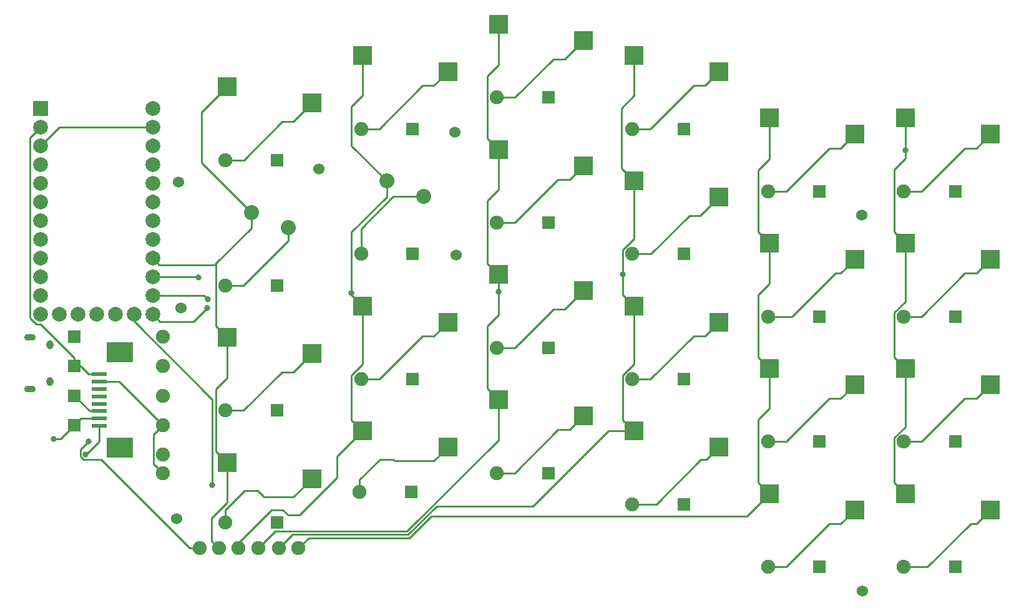
<source format=gbr>
%TF.GenerationSoftware,KiCad,Pcbnew,(6.0.4)*%
%TF.CreationDate,2024-05-03T20:31:11-07:00*%
%TF.ProjectId,right_staggered,72696768-745f-4737-9461-676765726564,v1.0.0*%
%TF.SameCoordinates,Original*%
%TF.FileFunction,Copper,L2,Bot*%
%TF.FilePolarity,Positive*%
%FSLAX46Y46*%
G04 Gerber Fmt 4.6, Leading zero omitted, Abs format (unit mm)*
G04 Created by KiCad (PCBNEW (6.0.4)) date 2024-05-03 20:31:11*
%MOMM*%
%LPD*%
G01*
G04 APERTURE LIST*
%TA.AperFunction,ComponentPad*%
%ADD10C,1.524000*%
%TD*%
%TA.AperFunction,ComponentPad*%
%ADD11C,1.905000*%
%TD*%
%TA.AperFunction,ComponentPad*%
%ADD12R,1.778000X1.778000*%
%TD*%
%TA.AperFunction,SMDPad,CuDef*%
%ADD13R,2.600000X2.600000*%
%TD*%
%TA.AperFunction,ComponentPad*%
%ADD14C,2.032000*%
%TD*%
%TA.AperFunction,ComponentPad*%
%ADD15R,2.000000X2.000000*%
%TD*%
%TA.AperFunction,ComponentPad*%
%ADD16C,2.000000*%
%TD*%
%TA.AperFunction,ComponentPad*%
%ADD17O,0.950000X1.250000*%
%TD*%
%TA.AperFunction,ComponentPad*%
%ADD18O,1.550000X0.890000*%
%TD*%
%TA.AperFunction,SMDPad,CuDef*%
%ADD19R,2.000000X0.610000*%
%TD*%
%TA.AperFunction,SMDPad,CuDef*%
%ADD20R,3.600000X2.680000*%
%TD*%
%TA.AperFunction,ViaPad*%
%ADD21C,0.800000*%
%TD*%
%TA.AperFunction,Conductor*%
%ADD22C,0.250000*%
%TD*%
G04 APERTURE END LIST*
D10*
%TO.P,,1*%
%TO.N,N/C*%
X140100000Y-106000000D03*
%TD*%
D11*
%TO.P,,1*%
%TO.N,B6*%
X153800000Y-155700000D03*
%TD*%
%TO.P,D4,1*%
%TO.N,inner_nums*%
X146500000Y-103000000D03*
D12*
%TO.P,D4,2*%
%TO.N,F7*%
X153500000Y-103000000D03*
%TD*%
D11*
%TO.P,D19,1*%
%TO.N,pinky_top*%
X220100000Y-124250000D03*
D12*
%TO.P,D19,2*%
%TO.N,F6*%
X227100000Y-124250000D03*
%TD*%
D13*
%TO.P,S20,1*%
%TO.N,F0*%
X220325000Y-97300000D03*
%TO.P,S20,2*%
%TO.N,pinky_nums*%
X231875000Y-99500000D03*
%TD*%
%TO.P,S14,1*%
%TO.N,B6*%
X201925000Y-122800000D03*
%TO.P,S14,2*%
%TO.N,ring_home*%
X213475000Y-125000000D03*
%TD*%
D14*
%TO.P,S2,1*%
%TO.N,index_top*%
X173400000Y-107950000D03*
%TO.P,S2,2*%
%TO.N,B3*%
X168400000Y-105850000D03*
%TD*%
D11*
%TO.P,D11,1*%
%TO.N,middle_top*%
X183300000Y-111500000D03*
D12*
%TO.P,D11,2*%
%TO.N,F6*%
X190300000Y-111500000D03*
%TD*%
D11*
%TO.P,D25,1*%
%TO.N,VCC*%
X138000000Y-127000000D03*
D12*
%TO.P,D25,2*%
%TO.N,D0*%
X126000000Y-127000000D03*
%TD*%
D11*
%TO.P,D27,1*%
%TO.N,VCC*%
X138000000Y-135000000D03*
D12*
%TO.P,D27,2*%
%TO.N,D5*%
X126000000Y-135000000D03*
%TD*%
D11*
%TO.P,D9,1*%
%TO.N,middle_bottom*%
X183300000Y-145500000D03*
D12*
%TO.P,D9,2*%
%TO.N,F4*%
X190300000Y-145500000D03*
%TD*%
D13*
%TO.P,S13,1*%
%TO.N,B6*%
X201925000Y-139800000D03*
%TO.P,S13,2*%
%TO.N,ring_bottom*%
X213475000Y-142000000D03*
%TD*%
%TO.P,S19,1*%
%TO.N,F0*%
X220325000Y-114300000D03*
%TO.P,S19,2*%
%TO.N,pinky_top*%
X231875000Y-116500000D03*
%TD*%
D11*
%TO.P,D23,1*%
%TO.N,outer_top*%
X238500000Y-124250000D03*
D12*
%TO.P,D23,2*%
%TO.N,F6*%
X245500000Y-124250000D03*
%TD*%
D10*
%TO.P,,1*%
%TO.N,N/C*%
X177600000Y-99200000D03*
%TD*%
%TO.P,,1*%
%TO.N,N/C*%
X139900000Y-151700000D03*
%TD*%
D13*
%TO.P,S15,1*%
%TO.N,B6*%
X201925000Y-105800000D03*
%TO.P,S15,2*%
%TO.N,ring_top*%
X213475000Y-108000000D03*
%TD*%
D11*
%TO.P,D13,1*%
%TO.N,ring_bottom*%
X201700000Y-149750000D03*
D12*
%TO.P,D13,2*%
%TO.N,F4*%
X208700000Y-149750000D03*
%TD*%
D10*
%TO.P,,1*%
%TO.N,N/C*%
X232800000Y-110500000D03*
%TD*%
D13*
%TO.P,S5,1*%
%TO.N,B1*%
X146725000Y-93050000D03*
%TO.P,S5,2*%
%TO.N,inner_nums*%
X158275000Y-95250000D03*
%TD*%
D11*
%TO.P,,1*%
%TO.N,F0*%
X156400000Y-155700000D03*
%TD*%
D13*
%TO.P,S17,1*%
%TO.N,F0*%
X220325000Y-148300000D03*
%TO.P,S17,2*%
%TO.N,pinky_bottom*%
X231875000Y-150500000D03*
%TD*%
%TO.P,S18,1*%
%TO.N,F0*%
X220325000Y-131300000D03*
%TO.P,S18,2*%
%TO.N,pinky_home*%
X231875000Y-133500000D03*
%TD*%
%TO.P,S22,1*%
%TO.N,F1*%
X238725000Y-131300000D03*
%TO.P,S22,2*%
%TO.N,outer_home*%
X250275000Y-133500000D03*
%TD*%
D11*
%TO.P,D18,1*%
%TO.N,pinky_home*%
X220100000Y-141250000D03*
D12*
%TO.P,D18,2*%
%TO.N,F5*%
X227100000Y-141250000D03*
%TD*%
D11*
%TO.P,D7,1*%
%TO.N,index_top*%
X164900000Y-115750000D03*
D12*
%TO.P,D7,2*%
%TO.N,F6*%
X171900000Y-115750000D03*
%TD*%
D11*
%TO.P,,1*%
%TO.N,B1*%
X145600000Y-155700000D03*
%TD*%
%TO.P,D8,1*%
%TO.N,index_nums*%
X164900000Y-98750000D03*
D12*
%TO.P,D8,2*%
%TO.N,F7*%
X171900000Y-98750000D03*
%TD*%
D13*
%TO.P,S4,1*%
%TO.N,B1*%
X146725000Y-127050000D03*
%TO.P,S4,2*%
%TO.N,inner_home*%
X158275000Y-129250000D03*
%TD*%
D11*
%TO.P,REF\u002A\u002A,1*%
%TO.N,VCC*%
X138000000Y-143000000D03*
%TD*%
%TO.P,,1*%
%TO.N,B2*%
X151000000Y-155700000D03*
%TD*%
D13*
%TO.P,S12,1*%
%TO.N,B2*%
X183525000Y-84550000D03*
%TO.P,S12,2*%
%TO.N,middle_nums*%
X195075000Y-86750000D03*
%TD*%
D11*
%TO.P,D2,1*%
%TO.N,inner_home*%
X146500000Y-137000000D03*
D12*
%TO.P,D2,2*%
%TO.N,F5*%
X153500000Y-137000000D03*
%TD*%
D11*
%TO.P,D26,1*%
%TO.N,VCC*%
X138000000Y-131000000D03*
D12*
%TO.P,D26,2*%
%TO.N,D2*%
X126000000Y-131000000D03*
%TD*%
D15*
%TO.P,,1*%
%TO.N,D3*%
X121380000Y-96030000D03*
D16*
%TO.P,,2*%
%TO.N,D2*%
X121380000Y-98570000D03*
%TO.P,,3*%
%TO.N,GND*%
X121380000Y-101110000D03*
%TO.P,,4*%
X121380000Y-103650000D03*
%TO.P,,5*%
%TO.N,D1*%
X121380000Y-106190000D03*
%TO.P,,6*%
%TO.N,D0*%
X121380000Y-108730000D03*
%TO.P,,7*%
%TO.N,D4*%
X121380000Y-111270000D03*
%TO.P,,8*%
%TO.N,C6*%
X121380000Y-113810000D03*
%TO.P,,9*%
%TO.N,D7*%
X121380000Y-116350000D03*
%TO.P,,10*%
%TO.N,E6*%
X121380000Y-118890000D03*
%TO.P,,11*%
%TO.N,B4*%
X121380000Y-121430000D03*
%TO.P,,12*%
%TO.N,B5*%
X121380000Y-123970000D03*
%TO.P,,13*%
%TO.N,B6*%
X136620000Y-123970000D03*
%TO.P,,14*%
%TO.N,B2*%
X136620000Y-121430000D03*
%TO.P,,15*%
%TO.N,B3*%
X136620000Y-118890000D03*
%TO.P,,16*%
%TO.N,B1*%
X136620000Y-116350000D03*
%TO.P,,17*%
%TO.N,F7*%
X136620000Y-113810000D03*
%TO.P,,18*%
%TO.N,F6*%
X136620000Y-111270000D03*
%TO.P,,19*%
%TO.N,F5*%
X136620000Y-108730000D03*
%TO.P,,20*%
%TO.N,F4*%
X136620000Y-106190000D03*
%TO.P,,21*%
%TO.N,VCC*%
X136620000Y-103650000D03*
%TO.P,,22*%
%TO.N,RST*%
X136620000Y-101110000D03*
%TO.P,,23*%
%TO.N,GND*%
X136620000Y-98570000D03*
%TO.P,,24*%
X136620000Y-96030000D03*
%TO.P,,25*%
%TO.N,B7*%
X123920000Y-123970000D03*
%TO.P,,26*%
%TO.N,D5*%
X126460000Y-123970000D03*
%TO.P,,27*%
%TO.N,C7*%
X129000000Y-123970000D03*
%TO.P,,28*%
%TO.N,F1*%
X131540000Y-123970000D03*
%TO.P,,29*%
%TO.N,F0*%
X134080000Y-123970000D03*
%TD*%
D13*
%TO.P,S16,1*%
%TO.N,B6*%
X201925000Y-88800000D03*
%TO.P,S16,2*%
%TO.N,ring_nums*%
X213475000Y-91000000D03*
%TD*%
D10*
%TO.P,,1*%
%TO.N,N/C*%
X140500000Y-123100000D03*
%TD*%
D11*
%TO.P,D6,1*%
%TO.N,index_home*%
X164900000Y-132750000D03*
D12*
%TO.P,D6,2*%
%TO.N,F5*%
X171900000Y-132750000D03*
%TD*%
D11*
%TO.P,D5,1*%
%TO.N,index_bottom*%
X164700000Y-148100000D03*
D12*
%TO.P,D5,2*%
%TO.N,F4*%
X171700000Y-148100000D03*
%TD*%
D13*
%TO.P,S10,1*%
%TO.N,B2*%
X183525000Y-118550000D03*
%TO.P,S10,2*%
%TO.N,middle_home*%
X195075000Y-120750000D03*
%TD*%
D11*
%TO.P,D1,1*%
%TO.N,inner_bottom*%
X146500000Y-152200000D03*
D12*
%TO.P,D1,2*%
%TO.N,F4*%
X153500000Y-152200000D03*
%TD*%
D13*
%TO.P,S11,1*%
%TO.N,B2*%
X183525000Y-101550000D03*
%TO.P,S11,2*%
%TO.N,middle_top*%
X195075000Y-103750000D03*
%TD*%
D11*
%TO.P,D21,1*%
%TO.N,outer_bottom*%
X238500000Y-158250000D03*
D12*
%TO.P,D21,2*%
%TO.N,F4*%
X245500000Y-158250000D03*
%TD*%
D13*
%TO.P,S7,1*%
%TO.N,B3*%
X165125000Y-122800000D03*
%TO.P,S7,2*%
%TO.N,index_home*%
X176675000Y-125000000D03*
%TD*%
D11*
%TO.P,,1*%
%TO.N,C7*%
X143000000Y-155700000D03*
%TD*%
D13*
%TO.P,S24,1*%
%TO.N,F1*%
X238725000Y-97300000D03*
%TO.P,S24,2*%
%TO.N,outer_nums*%
X250275000Y-99500000D03*
%TD*%
D10*
%TO.P,,1*%
%TO.N,N/C*%
X232900000Y-161500000D03*
%TD*%
D11*
%TO.P,D10,1*%
%TO.N,middle_home*%
X183300000Y-128500000D03*
D12*
%TO.P,D10,2*%
%TO.N,F5*%
X190300000Y-128500000D03*
%TD*%
D11*
%TO.P,D24,1*%
%TO.N,outer_nums*%
X238500000Y-107250000D03*
D12*
%TO.P,D24,2*%
%TO.N,F7*%
X245500000Y-107250000D03*
%TD*%
D11*
%TO.P,REF\u002A\u002A,1*%
%TO.N,trackpoint_reset*%
X138000000Y-145500000D03*
%TD*%
D13*
%TO.P,S23,1*%
%TO.N,F1*%
X238725000Y-114300000D03*
%TO.P,S23,2*%
%TO.N,outer_top*%
X250275000Y-116500000D03*
%TD*%
%TO.P,S8,1*%
%TO.N,B3*%
X165125000Y-88800000D03*
%TO.P,S8,2*%
%TO.N,index_nums*%
X176675000Y-91000000D03*
%TD*%
%TO.P,S9,1*%
%TO.N,B2*%
X183525000Y-135550000D03*
%TO.P,S9,2*%
%TO.N,middle_bottom*%
X195075000Y-137750000D03*
%TD*%
D11*
%TO.P,D16,1*%
%TO.N,ring_nums*%
X201700000Y-98750000D03*
D12*
%TO.P,D16,2*%
%TO.N,F7*%
X208700000Y-98750000D03*
%TD*%
D14*
%TO.P,S1,1*%
%TO.N,inner_top*%
X155000000Y-112200000D03*
%TO.P,S1,2*%
%TO.N,B1*%
X150000000Y-110100000D03*
%TD*%
D11*
%TO.P,,1*%
%TO.N,B3*%
X148300000Y-155700000D03*
%TD*%
D13*
%TO.P,S21,1*%
%TO.N,F1*%
X238725000Y-148300000D03*
%TO.P,S21,2*%
%TO.N,outer_bottom*%
X250275000Y-150500000D03*
%TD*%
D10*
%TO.P,,1*%
%TO.N,N/C*%
X177800000Y-115900000D03*
%TD*%
D11*
%TO.P,D12,1*%
%TO.N,middle_nums*%
X183300000Y-94500000D03*
D12*
%TO.P,D12,2*%
%TO.N,F7*%
X190300000Y-94500000D03*
%TD*%
D11*
%TO.P,D3,1*%
%TO.N,inner_top*%
X146500000Y-120000000D03*
D12*
%TO.P,D3,2*%
%TO.N,F6*%
X153500000Y-120000000D03*
%TD*%
D11*
%TO.P,D15,1*%
%TO.N,ring_top*%
X201700000Y-115750000D03*
D12*
%TO.P,D15,2*%
%TO.N,F6*%
X208700000Y-115750000D03*
%TD*%
D11*
%TO.P,D28,1*%
%TO.N,trackpoint_reset*%
X138000000Y-139000000D03*
D12*
%TO.P,D28,2*%
%TO.N,GND*%
X126000000Y-139000000D03*
%TD*%
D17*
%TO.P,,6*%
%TO.N,N/C*%
X122700000Y-128100000D03*
X122700000Y-133100000D03*
D18*
X120000000Y-134100000D03*
X120000000Y-127100000D03*
%TD*%
D11*
%TO.P,D14,1*%
%TO.N,ring_home*%
X201700000Y-132750000D03*
D12*
%TO.P,D14,2*%
%TO.N,F5*%
X208700000Y-132750000D03*
%TD*%
D10*
%TO.P,,1*%
%TO.N,N/C*%
X159200000Y-104250000D03*
%TD*%
D11*
%TO.P,D22,1*%
%TO.N,outer_home*%
X238500000Y-141250000D03*
D12*
%TO.P,D22,2*%
%TO.N,F5*%
X245500000Y-141250000D03*
%TD*%
D13*
%TO.P,S3,1*%
%TO.N,B1*%
X146725000Y-144050000D03*
%TO.P,S3,2*%
%TO.N,inner_bottom*%
X158275000Y-146250000D03*
%TD*%
D11*
%TO.P,D17,1*%
%TO.N,pinky_bottom*%
X220100000Y-158250000D03*
D12*
%TO.P,D17,2*%
%TO.N,F4*%
X227100000Y-158250000D03*
%TD*%
D11*
%TO.P,D20,1*%
%TO.N,pinky_nums*%
X220100000Y-107250000D03*
D12*
%TO.P,D20,2*%
%TO.N,F7*%
X227100000Y-107250000D03*
%TD*%
D13*
%TO.P,S6,1*%
%TO.N,B3*%
X165125000Y-139800000D03*
%TO.P,S6,2*%
%TO.N,index_bottom*%
X176675000Y-142000000D03*
%TD*%
D19*
%TO.P,,1*%
%TO.N,D2*%
X129400000Y-132100000D03*
%TO.P,,2*%
%TO.N,trackpoint_reset*%
X129400000Y-133100000D03*
%TO.P,,3*%
%TO.N,N/C*%
X129400000Y-134100000D03*
%TO.P,,4*%
X129400000Y-135100000D03*
%TO.P,,5*%
X129400000Y-136100000D03*
%TO.P,,6*%
%TO.N,D5*%
X129400000Y-137100000D03*
%TO.P,,7*%
%TO.N,GND*%
X129400000Y-138100000D03*
%TO.P,,8*%
%TO.N,VCC*%
X129400000Y-139100000D03*
D20*
%TO.P,,MP*%
%TO.N,N/C*%
X132200000Y-142090000D03*
X132200000Y-129110000D03*
%TD*%
D21*
%TO.N,B3*%
X142800000Y-118900000D03*
X163622989Y-121077011D03*
%TO.N,B2*%
X183525000Y-120875000D03*
X144100000Y-121900000D03*
%TO.N,B6*%
X144000000Y-123100000D03*
X200400000Y-118500000D03*
%TO.N,F0*%
X144700000Y-147100000D03*
%TO.N,F1*%
X238725000Y-101675000D03*
%TO.N,GND*%
X123200000Y-140900000D03*
%TO.N,VCC*%
X127536489Y-142963511D03*
%TO.N,C7*%
X127900000Y-141200000D03*
%TD*%
D22*
%TO.N,inner_top*%
X155000000Y-113954323D02*
X148954323Y-120000000D01*
X155000000Y-112200000D02*
X155000000Y-113954323D01*
X148954323Y-120000000D02*
X146500000Y-120000000D01*
%TO.N,B1*%
X144647500Y-154747500D02*
X144647500Y-151585508D01*
X145222989Y-125547989D02*
X145222989Y-117010019D01*
X137495421Y-117225421D02*
X136620000Y-116350000D01*
X146725000Y-127050000D02*
X145222989Y-125547989D01*
X150000000Y-112233008D02*
X150000000Y-110100000D01*
X145600000Y-155700000D02*
X144647500Y-154747500D01*
X144647500Y-151585508D02*
X146725000Y-149508008D01*
X143274579Y-96500421D02*
X146725000Y-93050000D01*
X150000000Y-110100000D02*
X143274579Y-103374579D01*
X145222989Y-117010019D02*
X145007587Y-117225421D01*
X145222989Y-142547989D02*
X145222989Y-134077011D01*
X146725000Y-149508008D02*
X146725000Y-144050000D01*
X146725000Y-132575000D02*
X146725000Y-127050000D01*
X146725000Y-144050000D02*
X145222989Y-142547989D01*
X145222989Y-117010019D02*
X150000000Y-112233008D01*
X145007587Y-117225421D02*
X137495421Y-117225421D01*
X145222989Y-134077011D02*
X146725000Y-132575000D01*
X143274579Y-103374579D02*
X143274579Y-96500421D01*
%TO.N,index_top*%
X164900000Y-112295677D02*
X169245677Y-107950000D01*
X164900000Y-115750000D02*
X164900000Y-112295677D01*
X169245677Y-107950000D02*
X173400000Y-107950000D01*
%TO.N,B3*%
X163622989Y-112760019D02*
X163622989Y-121077011D01*
X148300000Y-154972978D02*
X152765391Y-150507587D01*
X154992413Y-151225421D02*
X156548601Y-151225421D01*
X163622989Y-121297989D02*
X165125000Y-122800000D01*
X148300000Y-155700000D02*
X148300000Y-154972978D01*
X163622989Y-95760019D02*
X163622989Y-101072989D01*
X163622989Y-121077011D02*
X163622989Y-121297989D01*
X168400000Y-105850000D02*
X168400000Y-107983008D01*
X161674579Y-143250421D02*
X165125000Y-139800000D01*
X165125000Y-94258008D02*
X163622989Y-95760019D01*
X142790000Y-118890000D02*
X142800000Y-118900000D01*
X136620000Y-118890000D02*
X142790000Y-118890000D01*
X154274579Y-150507587D02*
X154992413Y-151225421D01*
X161674579Y-146099443D02*
X161674579Y-143250421D01*
X168400000Y-107983008D02*
X163622989Y-112760019D01*
X165125000Y-130719033D02*
X163622989Y-132221044D01*
X165125000Y-88800000D02*
X165125000Y-94258008D01*
X156548601Y-151225421D02*
X161674579Y-146099443D01*
X152765391Y-150507587D02*
X154274579Y-150507587D01*
X163622989Y-101072989D02*
X168400000Y-105850000D01*
X165125000Y-122800000D02*
X165125000Y-130719033D01*
X163622989Y-132221044D02*
X163622989Y-138297989D01*
X163622989Y-138297989D02*
X165125000Y-139800000D01*
%TO.N,inner_bottom*%
X158275000Y-146250000D02*
X155750421Y-148774579D01*
X146500000Y-150500000D02*
X146500000Y-152200000D01*
X150865302Y-147910979D02*
X149089021Y-147910979D01*
X151728902Y-148774579D02*
X150865302Y-147910979D01*
X155750421Y-148774579D02*
X151728902Y-148774579D01*
X149089021Y-147910979D02*
X146500000Y-150500000D01*
%TO.N,inner_home*%
X154179744Y-131774579D02*
X148954323Y-137000000D01*
X158275000Y-129250000D02*
X155750421Y-131774579D01*
X148954323Y-137000000D02*
X146500000Y-137000000D01*
X155750421Y-131774579D02*
X154179744Y-131774579D01*
%TO.N,inner_nums*%
X154225421Y-97774579D02*
X149000000Y-103000000D01*
X149000000Y-103000000D02*
X146500000Y-103000000D01*
X158275000Y-95250000D02*
X155750421Y-97774579D01*
X155750421Y-97774579D02*
X154225421Y-97774579D01*
%TO.N,index_bottom*%
X169478844Y-143874521D02*
X169265302Y-143660979D01*
X174800479Y-143874521D02*
X169478844Y-143874521D01*
X169265302Y-143660979D02*
X167439021Y-143660979D01*
X164700000Y-146400000D02*
X164700000Y-148100000D01*
X176675000Y-142000000D02*
X174800479Y-143874521D01*
X167439021Y-143660979D02*
X164700000Y-146400000D01*
%TO.N,index_home*%
X176675000Y-125000000D02*
X174800479Y-126874521D01*
X167354323Y-132750000D02*
X164900000Y-132750000D01*
X173229802Y-126874521D02*
X167354323Y-132750000D01*
X174800479Y-126874521D02*
X173229802Y-126874521D01*
%TO.N,index_nums*%
X167354323Y-98750000D02*
X173229802Y-92874521D01*
X173229802Y-92874521D02*
X174800479Y-92874521D01*
X174800479Y-92874521D02*
X176675000Y-91000000D01*
X164900000Y-98750000D02*
X167354323Y-98750000D01*
%TO.N,middle_bottom*%
X185754323Y-145500000D02*
X183300000Y-145500000D01*
X191629802Y-139624521D02*
X185754323Y-145500000D01*
X193200479Y-139624521D02*
X191629802Y-139624521D01*
X195075000Y-137750000D02*
X193200479Y-139624521D01*
%TO.N,B2*%
X143630000Y-121430000D02*
X144100000Y-121900000D01*
X182022989Y-117047989D02*
X182022989Y-108510019D01*
X182022989Y-134047989D02*
X182022989Y-125510019D01*
X182022989Y-108510019D02*
X183525000Y-107008008D01*
X182016504Y-100041504D02*
X182016504Y-91583496D01*
X183525000Y-124008008D02*
X183525000Y-120875000D01*
X182016504Y-91583496D02*
X183525000Y-90075000D01*
X183525000Y-101550000D02*
X182016504Y-100041504D01*
X183525000Y-118550000D02*
X182022989Y-117047989D01*
X136620000Y-121430000D02*
X143630000Y-121430000D01*
X171119497Y-153413511D02*
X183525000Y-141008008D01*
X151000000Y-155700000D02*
X153286489Y-153413511D01*
X183525000Y-90075000D02*
X183525000Y-84550000D01*
X183525000Y-135550000D02*
X182022989Y-134047989D01*
X183525000Y-120875000D02*
X183525000Y-118550000D01*
X182022989Y-125510019D02*
X183525000Y-124008008D01*
X153286489Y-153413511D02*
X171119497Y-153413511D01*
X183525000Y-107008008D02*
X183525000Y-101550000D01*
X183525000Y-141008008D02*
X183525000Y-135550000D01*
%TO.N,middle_home*%
X185754323Y-128500000D02*
X183300000Y-128500000D01*
X195075000Y-120750000D02*
X192550421Y-123274579D01*
X190979744Y-123274579D02*
X185754323Y-128500000D01*
X192550421Y-123274579D02*
X190979744Y-123274579D01*
%TO.N,middle_top*%
X193200479Y-105624521D02*
X191629802Y-105624521D01*
X191629802Y-105624521D02*
X185754323Y-111500000D01*
X185754323Y-111500000D02*
X183300000Y-111500000D01*
X195075000Y-103750000D02*
X193200479Y-105624521D01*
%TO.N,middle_nums*%
X195075000Y-86750000D02*
X192550421Y-89274579D01*
X185754323Y-94500000D02*
X183300000Y-94500000D01*
X190979744Y-89274579D02*
X185754323Y-94500000D01*
X192550421Y-89274579D02*
X190979744Y-89274579D01*
%TO.N,ring_bottom*%
X204966992Y-149750000D02*
X211016992Y-143700000D01*
X211775000Y-143700000D02*
X213475000Y-142000000D01*
X201700000Y-149750000D02*
X204966992Y-149750000D01*
X211016992Y-143700000D02*
X211775000Y-143700000D01*
%TO.N,B6*%
X200207587Y-95975421D02*
X201925000Y-94258008D01*
X142130000Y-124970000D02*
X144000000Y-123100000D01*
X171305694Y-153863031D02*
X175184363Y-149984363D01*
X175184363Y-149984363D02*
X188242659Y-149984363D01*
X198427022Y-139800000D02*
X201925000Y-139800000D01*
X201925000Y-94258008D02*
X201925000Y-88800000D01*
X201925000Y-105800000D02*
X201925000Y-113719033D01*
X137620000Y-124970000D02*
X142130000Y-124970000D01*
X155636969Y-153863031D02*
X171305694Y-153863031D01*
X201925000Y-105800000D02*
X200207587Y-104082587D01*
X201925000Y-130719033D02*
X200422989Y-132221044D01*
X201925000Y-122800000D02*
X201925000Y-130719033D01*
X200422989Y-138297989D02*
X201925000Y-139800000D01*
X200207587Y-104082587D02*
X200207587Y-95975421D01*
X136620000Y-123970000D02*
X137620000Y-124970000D01*
X200422989Y-132221044D02*
X200422989Y-138297989D01*
X188242659Y-149984363D02*
X198427022Y-139800000D01*
X153800000Y-155700000D02*
X155636969Y-153863031D01*
X201925000Y-113719033D02*
X200422989Y-115221044D01*
X200422989Y-115221044D02*
X200422989Y-121297989D01*
X200422989Y-121297989D02*
X201925000Y-122800000D01*
%TO.N,ring_home*%
X211600479Y-126874521D02*
X213475000Y-125000000D01*
X210029802Y-126874521D02*
X211600479Y-126874521D01*
X204154323Y-132750000D02*
X210029802Y-126874521D01*
X201700000Y-132750000D02*
X204154323Y-132750000D01*
%TO.N,ring_top*%
X213475000Y-108000000D02*
X210950421Y-110524579D01*
X209475421Y-110524579D02*
X204250000Y-115750000D01*
X204250000Y-115750000D02*
X201700000Y-115750000D01*
X210950421Y-110524579D02*
X209475421Y-110524579D01*
%TO.N,ring_nums*%
X211600479Y-92874521D02*
X213475000Y-91000000D01*
X204154323Y-98750000D02*
X210029802Y-92874521D01*
X201700000Y-98750000D02*
X204154323Y-98750000D01*
X210029802Y-92874521D02*
X211600479Y-92874521D01*
%TO.N,pinky_bottom*%
X222554323Y-158250000D02*
X228429802Y-152374521D01*
X228429802Y-152374521D02*
X230000479Y-152374521D01*
X220100000Y-158250000D02*
X222554323Y-158250000D01*
X230000479Y-152374521D02*
X231875000Y-150500000D01*
%TO.N,F0*%
X171491892Y-154312551D02*
X174404443Y-151400000D01*
X218822989Y-129797989D02*
X218822989Y-121277011D01*
X144700000Y-135505967D02*
X144700000Y-147100000D01*
X134080000Y-124885967D02*
X144700000Y-135505967D01*
X220325000Y-148300000D02*
X218822989Y-146797989D01*
X157787449Y-154312551D02*
X171491892Y-154312551D01*
X220325000Y-131300000D02*
X218822989Y-129797989D01*
X174404443Y-151400000D02*
X217225000Y-151400000D01*
X218822989Y-146797989D02*
X218822989Y-138260019D01*
X220325000Y-102875000D02*
X220325000Y-97300000D01*
X156400000Y-155700000D02*
X157787449Y-154312551D01*
X217225000Y-151400000D02*
X220325000Y-148300000D01*
X134080000Y-123970000D02*
X134080000Y-124885967D01*
X220325000Y-136758008D02*
X220325000Y-131300000D01*
X220325000Y-119775000D02*
X220325000Y-114300000D01*
X220325000Y-114300000D02*
X218822989Y-112797989D01*
X218822989Y-112797989D02*
X218822989Y-104377011D01*
X218822989Y-104377011D02*
X220325000Y-102875000D01*
X218822989Y-138260019D02*
X220325000Y-136758008D01*
X218822989Y-121277011D02*
X220325000Y-119775000D01*
%TO.N,pinky_home*%
X230000479Y-135374521D02*
X231875000Y-133500000D01*
X228429802Y-135374521D02*
X230000479Y-135374521D01*
X220100000Y-141250000D02*
X222554323Y-141250000D01*
X222554323Y-141250000D02*
X228429802Y-135374521D01*
%TO.N,pinky_top*%
X223366992Y-124250000D02*
X229242471Y-118374521D01*
X220100000Y-124250000D02*
X223366992Y-124250000D01*
X229242471Y-118374521D02*
X230000479Y-118374521D01*
X230000479Y-118374521D02*
X231875000Y-116500000D01*
%TO.N,pinky_nums*%
X230000479Y-101374521D02*
X231875000Y-99500000D01*
X220100000Y-107250000D02*
X222554323Y-107250000D01*
X222554323Y-107250000D02*
X228429802Y-101374521D01*
X228429802Y-101374521D02*
X230000479Y-101374521D01*
%TO.N,outer_bottom*%
X247642471Y-152374521D02*
X248400479Y-152374521D01*
X238500000Y-158250000D02*
X241766992Y-158250000D01*
X241766992Y-158250000D02*
X247642471Y-152374521D01*
X248400479Y-152374521D02*
X250275000Y-150500000D01*
%TO.N,F1*%
X237222989Y-140721044D02*
X237222989Y-146797989D01*
X237222989Y-104260019D02*
X237222989Y-112797989D01*
X237222989Y-129797989D02*
X238725000Y-131300000D01*
X238725000Y-122219033D02*
X237222989Y-123721044D01*
X238725000Y-131300000D02*
X238725000Y-139219033D01*
X237222989Y-112797989D02*
X238725000Y-114300000D01*
X237222989Y-123721044D02*
X237222989Y-129797989D01*
X238725000Y-102758008D02*
X237222989Y-104260019D01*
X237222989Y-146797989D02*
X238725000Y-148300000D01*
X238725000Y-139219033D02*
X237222989Y-140721044D01*
X238725000Y-114300000D02*
X238725000Y-122219033D01*
X238725000Y-101675000D02*
X238725000Y-102758008D01*
X238725000Y-97300000D02*
X238725000Y-101675000D01*
%TO.N,outer_home*%
X246829802Y-135374521D02*
X248400479Y-135374521D01*
X248400479Y-135374521D02*
X250275000Y-133500000D01*
X238500000Y-141250000D02*
X240954323Y-141250000D01*
X240954323Y-141250000D02*
X246829802Y-135374521D01*
%TO.N,outer_top*%
X240954323Y-124250000D02*
X246829802Y-118374521D01*
X246829802Y-118374521D02*
X248400479Y-118374521D01*
X238500000Y-124250000D02*
X240954323Y-124250000D01*
X248400479Y-118374521D02*
X250275000Y-116500000D01*
%TO.N,outer_nums*%
X248400479Y-101374521D02*
X250275000Y-99500000D01*
X238500000Y-107250000D02*
X240954323Y-107250000D01*
X240954323Y-107250000D02*
X246829802Y-101374521D01*
X246829802Y-101374521D02*
X248400479Y-101374521D01*
%TO.N,GND*%
X124100000Y-140900000D02*
X123200000Y-140900000D01*
X129400000Y-138100000D02*
X126900000Y-138100000D01*
X126000000Y-139000000D02*
X124100000Y-140900000D01*
X136620000Y-98570000D02*
X123920000Y-98570000D01*
X126900000Y-138100000D02*
X126000000Y-139000000D01*
X123920000Y-98570000D02*
X121380000Y-101110000D01*
%TO.N,VCC*%
X129400000Y-141200000D02*
X127636489Y-142963511D01*
X127636489Y-142963511D02*
X127536489Y-142963511D01*
X129400000Y-139100000D02*
X129400000Y-141200000D01*
%TO.N,D2*%
X126000000Y-129861000D02*
X121433511Y-125294511D01*
X127900000Y-132100000D02*
X129400000Y-132100000D01*
X120000000Y-124463143D02*
X120000000Y-99950000D01*
X121433511Y-125294511D02*
X120831368Y-125294511D01*
X120831368Y-125294511D02*
X120000000Y-124463143D01*
X126000000Y-131000000D02*
X126800000Y-131000000D01*
X126000000Y-131000000D02*
X126000000Y-129861000D01*
X126800000Y-131000000D02*
X127900000Y-132100000D01*
X120000000Y-99950000D02*
X121380000Y-98570000D01*
%TO.N,D5*%
X129400000Y-137100000D02*
X128100000Y-137100000D01*
X128100000Y-137100000D02*
X126000000Y-135000000D01*
%TO.N,C7*%
X143000000Y-155700000D02*
X141652962Y-155700000D01*
X143000000Y-155700000D02*
X143100000Y-155600000D01*
X129652962Y-143700000D02*
X127248364Y-143700000D01*
X126800000Y-143251636D02*
X126800000Y-142300000D01*
X141652962Y-155700000D02*
X129652962Y-143700000D01*
X126800000Y-142300000D02*
X127900000Y-141200000D01*
X127248364Y-143700000D02*
X126800000Y-143251636D01*
%TO.N,trackpoint_reset*%
X138000000Y-139000000D02*
X136722989Y-140277011D01*
X132100000Y-133100000D02*
X129400000Y-133100000D01*
X138000000Y-139000000D02*
X132100000Y-133100000D01*
X136722989Y-140277011D02*
X136722989Y-144222989D01*
X136722989Y-144222989D02*
X138000000Y-145500000D01*
%TD*%
M02*

</source>
